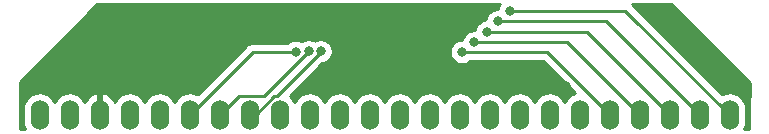
<source format=gtl>
G04 #@! TF.GenerationSoftware,KiCad,Pcbnew,(5.1.10)-1*
G04 #@! TF.CreationDate,2021-10-24T19:11:05-07:00*
G04 #@! TF.ProjectId,Atari130MX-adapter,41746172-6931-4333-904d-582d61646170,rev?*
G04 #@! TF.SameCoordinates,Original*
G04 #@! TF.FileFunction,Copper,L1,Top*
G04 #@! TF.FilePolarity,Positive*
%FSLAX46Y46*%
G04 Gerber Fmt 4.6, Leading zero omitted, Abs format (unit mm)*
G04 Created by KiCad (PCBNEW (5.1.10)-1) date 2021-10-24 19:11:05*
%MOMM*%
%LPD*%
G01*
G04 APERTURE LIST*
G04 #@! TA.AperFunction,ComponentPad*
%ADD10O,1.524000X2.540000*%
G04 #@! TD*
G04 #@! TA.AperFunction,ViaPad*
%ADD11C,0.800000*%
G04 #@! TD*
G04 #@! TA.AperFunction,Conductor*
%ADD12C,0.250000*%
G04 #@! TD*
G04 #@! TA.AperFunction,Conductor*
%ADD13C,0.254000*%
G04 #@! TD*
G04 #@! TA.AperFunction,Conductor*
%ADD14C,0.100000*%
G04 #@! TD*
G04 APERTURE END LIST*
D10*
X159324040Y-63014860D03*
X156784040Y-63014860D03*
X154244040Y-63014860D03*
X151704040Y-63014860D03*
X149164040Y-63014860D03*
X146624040Y-63014860D03*
X144084040Y-63014860D03*
X141544040Y-63014860D03*
X139004040Y-63014860D03*
X136464040Y-63014860D03*
X133924040Y-63014860D03*
X131384040Y-63014860D03*
X128844040Y-63014860D03*
X126304040Y-63014860D03*
X123764040Y-63014860D03*
X121224040Y-63014860D03*
X118684040Y-63014860D03*
X116144040Y-63014860D03*
X113604040Y-63014860D03*
X111064040Y-63014860D03*
X108524040Y-63014860D03*
X105984040Y-63014860D03*
X103444040Y-63014860D03*
X100904040Y-63014860D03*
D11*
X140730000Y-54170000D03*
X139670000Y-55080000D03*
X138750000Y-56000000D03*
X137690000Y-56860000D03*
X136670000Y-57670000D03*
X124680003Y-57620000D03*
X123680000Y-57620000D03*
X122570000Y-57670000D03*
X145440000Y-60590000D03*
X107200000Y-56560000D03*
X159280000Y-60370000D03*
D12*
X140730000Y-54170000D02*
X150479180Y-54170000D01*
X150479180Y-54170000D02*
X159324040Y-63014860D01*
X139670000Y-55080000D02*
X148849180Y-55080000D01*
X148849180Y-55080000D02*
X156784040Y-63014860D01*
X138750000Y-56000000D02*
X147229180Y-56000000D01*
X147229180Y-56000000D02*
X154244040Y-63014860D01*
X137690000Y-56860000D02*
X145549180Y-56860000D01*
X145549180Y-56860000D02*
X151704040Y-63014860D01*
X143819180Y-57670000D02*
X149164040Y-63014860D01*
X136670000Y-57670000D02*
X143819180Y-57670000D01*
X118684040Y-63014860D02*
X119178776Y-63014860D01*
X120773786Y-61419850D02*
X120953152Y-61419850D01*
X120953152Y-61419850D02*
X124680003Y-57692999D01*
X124680003Y-57692999D02*
X124680003Y-57620000D01*
X119178776Y-63014860D02*
X120773786Y-61419850D01*
X119880150Y-61419850D02*
X123680000Y-57620000D01*
X117739050Y-61419850D02*
X119880150Y-61419850D01*
X116144040Y-63014860D02*
X117739050Y-61419850D01*
X118948900Y-57670000D02*
X122570000Y-57670000D01*
X113604040Y-63014860D02*
X118948900Y-57670000D01*
D13*
X139812795Y-53679744D02*
X139734774Y-53868102D01*
X139699587Y-54045000D01*
X139568061Y-54045000D01*
X139368102Y-54084774D01*
X139179744Y-54162795D01*
X139010226Y-54276063D01*
X138866063Y-54420226D01*
X138752795Y-54589744D01*
X138674774Y-54778102D01*
X138637167Y-54967167D01*
X138448102Y-55004774D01*
X138259744Y-55082795D01*
X138090226Y-55196063D01*
X137946063Y-55340226D01*
X137832795Y-55509744D01*
X137754774Y-55698102D01*
X137729533Y-55825000D01*
X137588061Y-55825000D01*
X137388102Y-55864774D01*
X137199744Y-55942795D01*
X137030226Y-56056063D01*
X136886063Y-56200226D01*
X136772795Y-56369744D01*
X136694774Y-56558102D01*
X136679478Y-56635000D01*
X136568061Y-56635000D01*
X136368102Y-56674774D01*
X136179744Y-56752795D01*
X136010226Y-56866063D01*
X135866063Y-57010226D01*
X135752795Y-57179744D01*
X135674774Y-57368102D01*
X135635000Y-57568061D01*
X135635000Y-57771939D01*
X135674774Y-57971898D01*
X135752795Y-58160256D01*
X135866063Y-58329774D01*
X136010226Y-58473937D01*
X136179744Y-58587205D01*
X136368102Y-58665226D01*
X136568061Y-58705000D01*
X136771939Y-58705000D01*
X136971898Y-58665226D01*
X137160256Y-58587205D01*
X137329774Y-58473937D01*
X137373711Y-58430000D01*
X143504379Y-58430000D01*
X146238370Y-61163991D01*
X146086845Y-61209956D01*
X145844153Y-61339677D01*
X145631432Y-61514253D01*
X145456857Y-61726974D01*
X145354040Y-61919331D01*
X145251223Y-61726973D01*
X145076647Y-61514252D01*
X144863926Y-61339677D01*
X144621234Y-61209956D01*
X144357899Y-61130074D01*
X144084040Y-61103101D01*
X143810180Y-61130074D01*
X143546845Y-61209956D01*
X143304153Y-61339677D01*
X143091432Y-61514253D01*
X142916857Y-61726974D01*
X142814040Y-61919331D01*
X142711223Y-61726973D01*
X142536647Y-61514252D01*
X142323926Y-61339677D01*
X142081234Y-61209956D01*
X141817899Y-61130074D01*
X141544040Y-61103101D01*
X141270180Y-61130074D01*
X141006845Y-61209956D01*
X140764153Y-61339677D01*
X140551432Y-61514253D01*
X140376857Y-61726974D01*
X140274040Y-61919331D01*
X140171223Y-61726973D01*
X139996647Y-61514252D01*
X139783926Y-61339677D01*
X139541234Y-61209956D01*
X139277899Y-61130074D01*
X139004040Y-61103101D01*
X138730180Y-61130074D01*
X138466845Y-61209956D01*
X138224153Y-61339677D01*
X138011432Y-61514253D01*
X137836857Y-61726974D01*
X137734040Y-61919331D01*
X137631223Y-61726973D01*
X137456647Y-61514252D01*
X137243926Y-61339677D01*
X137001234Y-61209956D01*
X136737899Y-61130074D01*
X136464040Y-61103101D01*
X136190180Y-61130074D01*
X135926845Y-61209956D01*
X135684153Y-61339677D01*
X135471432Y-61514253D01*
X135296857Y-61726974D01*
X135194040Y-61919331D01*
X135091223Y-61726973D01*
X134916647Y-61514252D01*
X134703926Y-61339677D01*
X134461234Y-61209956D01*
X134197899Y-61130074D01*
X133924040Y-61103101D01*
X133650180Y-61130074D01*
X133386845Y-61209956D01*
X133144153Y-61339677D01*
X132931432Y-61514253D01*
X132756857Y-61726974D01*
X132654040Y-61919331D01*
X132551223Y-61726973D01*
X132376647Y-61514252D01*
X132163926Y-61339677D01*
X131921234Y-61209956D01*
X131657899Y-61130074D01*
X131384040Y-61103101D01*
X131110180Y-61130074D01*
X130846845Y-61209956D01*
X130604153Y-61339677D01*
X130391432Y-61514253D01*
X130216857Y-61726974D01*
X130114040Y-61919331D01*
X130011223Y-61726973D01*
X129836647Y-61514252D01*
X129623926Y-61339677D01*
X129381234Y-61209956D01*
X129117899Y-61130074D01*
X128844040Y-61103101D01*
X128570180Y-61130074D01*
X128306845Y-61209956D01*
X128064153Y-61339677D01*
X127851432Y-61514253D01*
X127676857Y-61726974D01*
X127574040Y-61919331D01*
X127471223Y-61726973D01*
X127296647Y-61514252D01*
X127083926Y-61339677D01*
X126841234Y-61209956D01*
X126577899Y-61130074D01*
X126304040Y-61103101D01*
X126030180Y-61130074D01*
X125766845Y-61209956D01*
X125524153Y-61339677D01*
X125311432Y-61514253D01*
X125136857Y-61726974D01*
X125034040Y-61919331D01*
X124931223Y-61726973D01*
X124756647Y-61514252D01*
X124543926Y-61339677D01*
X124301234Y-61209956D01*
X124037899Y-61130074D01*
X123764040Y-61103101D01*
X123490180Y-61130074D01*
X123226845Y-61209956D01*
X122984153Y-61339677D01*
X122771432Y-61514253D01*
X122596857Y-61726974D01*
X122494040Y-61919331D01*
X122391223Y-61726973D01*
X122216647Y-61514252D01*
X122061158Y-61386646D01*
X124795501Y-58652303D01*
X124981901Y-58615226D01*
X125170259Y-58537205D01*
X125339777Y-58423937D01*
X125483940Y-58279774D01*
X125597208Y-58110256D01*
X125675229Y-57921898D01*
X125715003Y-57721939D01*
X125715003Y-57518061D01*
X125675229Y-57318102D01*
X125597208Y-57129744D01*
X125483940Y-56960226D01*
X125339777Y-56816063D01*
X125170259Y-56702795D01*
X124981901Y-56624774D01*
X124781942Y-56585000D01*
X124578064Y-56585000D01*
X124378105Y-56624774D01*
X124189747Y-56702795D01*
X124180002Y-56709307D01*
X124170256Y-56702795D01*
X123981898Y-56624774D01*
X123781939Y-56585000D01*
X123578061Y-56585000D01*
X123378102Y-56624774D01*
X123189744Y-56702795D01*
X123087585Y-56771055D01*
X123060256Y-56752795D01*
X122871898Y-56674774D01*
X122671939Y-56635000D01*
X122468061Y-56635000D01*
X122268102Y-56674774D01*
X122079744Y-56752795D01*
X121910226Y-56866063D01*
X121866289Y-56910000D01*
X118986233Y-56910000D01*
X118948900Y-56906323D01*
X118911567Y-56910000D01*
X118799914Y-56920997D01*
X118656653Y-56964454D01*
X118524624Y-57035026D01*
X118408899Y-57129999D01*
X118385101Y-57158997D01*
X114266948Y-61277151D01*
X114141234Y-61209956D01*
X113877899Y-61130074D01*
X113604040Y-61103101D01*
X113330180Y-61130074D01*
X113066845Y-61209956D01*
X112824153Y-61339677D01*
X112611432Y-61514253D01*
X112436857Y-61726974D01*
X112334040Y-61919331D01*
X112231223Y-61726973D01*
X112056647Y-61514252D01*
X111843926Y-61339677D01*
X111601234Y-61209956D01*
X111337899Y-61130074D01*
X111064040Y-61103101D01*
X110790180Y-61130074D01*
X110526845Y-61209956D01*
X110284153Y-61339677D01*
X110071432Y-61514253D01*
X109896857Y-61726974D01*
X109794040Y-61919331D01*
X109691223Y-61726973D01*
X109516647Y-61514252D01*
X109303926Y-61339677D01*
X109061234Y-61209956D01*
X108797899Y-61130074D01*
X108524040Y-61103101D01*
X108250180Y-61130074D01*
X107986845Y-61209956D01*
X107744153Y-61339677D01*
X107531432Y-61514253D01*
X107356857Y-61726974D01*
X107253002Y-61921274D01*
X107226099Y-61854918D01*
X107075046Y-61625131D01*
X106882066Y-61429228D01*
X106654575Y-61274738D01*
X106401316Y-61167598D01*
X106327110Y-61152640D01*
X106111040Y-61275140D01*
X106111040Y-62887860D01*
X106131040Y-62887860D01*
X106131040Y-63141860D01*
X106111040Y-63141860D01*
X106111040Y-63161860D01*
X105857040Y-63161860D01*
X105857040Y-63141860D01*
X105837040Y-63141860D01*
X105837040Y-62887860D01*
X105857040Y-62887860D01*
X105857040Y-61275140D01*
X105640970Y-61152640D01*
X105566764Y-61167598D01*
X105313505Y-61274738D01*
X105086014Y-61429228D01*
X104893034Y-61625131D01*
X104741981Y-61854918D01*
X104715078Y-61921273D01*
X104611223Y-61726973D01*
X104436647Y-61514252D01*
X104223926Y-61339677D01*
X103981234Y-61209956D01*
X103717899Y-61130074D01*
X103444040Y-61103101D01*
X103170180Y-61130074D01*
X102906845Y-61209956D01*
X102664153Y-61339677D01*
X102451432Y-61514253D01*
X102276857Y-61726974D01*
X102174040Y-61919331D01*
X102071223Y-61726973D01*
X101896647Y-61514252D01*
X101683926Y-61339677D01*
X101441234Y-61209956D01*
X101177899Y-61130074D01*
X100904040Y-61103101D01*
X100630180Y-61130074D01*
X100366845Y-61209956D01*
X100124153Y-61339677D01*
X99911432Y-61514253D01*
X99736857Y-61726974D01*
X99607136Y-61969666D01*
X99527254Y-62233001D01*
X99507040Y-62438236D01*
X99507040Y-63591485D01*
X99527254Y-63796720D01*
X99607136Y-64060055D01*
X99695226Y-64224860D01*
X99259040Y-64224860D01*
X99259040Y-61710725D01*
X99248983Y-61608616D01*
X99223548Y-61524769D01*
X99220611Y-60212769D01*
X105793381Y-53640000D01*
X139839351Y-53640000D01*
X139812795Y-53679744D01*
G04 #@! TA.AperFunction,Conductor*
D14*
G36*
X139812795Y-53679744D02*
G01*
X139734774Y-53868102D01*
X139699587Y-54045000D01*
X139568061Y-54045000D01*
X139368102Y-54084774D01*
X139179744Y-54162795D01*
X139010226Y-54276063D01*
X138866063Y-54420226D01*
X138752795Y-54589744D01*
X138674774Y-54778102D01*
X138637167Y-54967167D01*
X138448102Y-55004774D01*
X138259744Y-55082795D01*
X138090226Y-55196063D01*
X137946063Y-55340226D01*
X137832795Y-55509744D01*
X137754774Y-55698102D01*
X137729533Y-55825000D01*
X137588061Y-55825000D01*
X137388102Y-55864774D01*
X137199744Y-55942795D01*
X137030226Y-56056063D01*
X136886063Y-56200226D01*
X136772795Y-56369744D01*
X136694774Y-56558102D01*
X136679478Y-56635000D01*
X136568061Y-56635000D01*
X136368102Y-56674774D01*
X136179744Y-56752795D01*
X136010226Y-56866063D01*
X135866063Y-57010226D01*
X135752795Y-57179744D01*
X135674774Y-57368102D01*
X135635000Y-57568061D01*
X135635000Y-57771939D01*
X135674774Y-57971898D01*
X135752795Y-58160256D01*
X135866063Y-58329774D01*
X136010226Y-58473937D01*
X136179744Y-58587205D01*
X136368102Y-58665226D01*
X136568061Y-58705000D01*
X136771939Y-58705000D01*
X136971898Y-58665226D01*
X137160256Y-58587205D01*
X137329774Y-58473937D01*
X137373711Y-58430000D01*
X143504379Y-58430000D01*
X146238370Y-61163991D01*
X146086845Y-61209956D01*
X145844153Y-61339677D01*
X145631432Y-61514253D01*
X145456857Y-61726974D01*
X145354040Y-61919331D01*
X145251223Y-61726973D01*
X145076647Y-61514252D01*
X144863926Y-61339677D01*
X144621234Y-61209956D01*
X144357899Y-61130074D01*
X144084040Y-61103101D01*
X143810180Y-61130074D01*
X143546845Y-61209956D01*
X143304153Y-61339677D01*
X143091432Y-61514253D01*
X142916857Y-61726974D01*
X142814040Y-61919331D01*
X142711223Y-61726973D01*
X142536647Y-61514252D01*
X142323926Y-61339677D01*
X142081234Y-61209956D01*
X141817899Y-61130074D01*
X141544040Y-61103101D01*
X141270180Y-61130074D01*
X141006845Y-61209956D01*
X140764153Y-61339677D01*
X140551432Y-61514253D01*
X140376857Y-61726974D01*
X140274040Y-61919331D01*
X140171223Y-61726973D01*
X139996647Y-61514252D01*
X139783926Y-61339677D01*
X139541234Y-61209956D01*
X139277899Y-61130074D01*
X139004040Y-61103101D01*
X138730180Y-61130074D01*
X138466845Y-61209956D01*
X138224153Y-61339677D01*
X138011432Y-61514253D01*
X137836857Y-61726974D01*
X137734040Y-61919331D01*
X137631223Y-61726973D01*
X137456647Y-61514252D01*
X137243926Y-61339677D01*
X137001234Y-61209956D01*
X136737899Y-61130074D01*
X136464040Y-61103101D01*
X136190180Y-61130074D01*
X135926845Y-61209956D01*
X135684153Y-61339677D01*
X135471432Y-61514253D01*
X135296857Y-61726974D01*
X135194040Y-61919331D01*
X135091223Y-61726973D01*
X134916647Y-61514252D01*
X134703926Y-61339677D01*
X134461234Y-61209956D01*
X134197899Y-61130074D01*
X133924040Y-61103101D01*
X133650180Y-61130074D01*
X133386845Y-61209956D01*
X133144153Y-61339677D01*
X132931432Y-61514253D01*
X132756857Y-61726974D01*
X132654040Y-61919331D01*
X132551223Y-61726973D01*
X132376647Y-61514252D01*
X132163926Y-61339677D01*
X131921234Y-61209956D01*
X131657899Y-61130074D01*
X131384040Y-61103101D01*
X131110180Y-61130074D01*
X130846845Y-61209956D01*
X130604153Y-61339677D01*
X130391432Y-61514253D01*
X130216857Y-61726974D01*
X130114040Y-61919331D01*
X130011223Y-61726973D01*
X129836647Y-61514252D01*
X129623926Y-61339677D01*
X129381234Y-61209956D01*
X129117899Y-61130074D01*
X128844040Y-61103101D01*
X128570180Y-61130074D01*
X128306845Y-61209956D01*
X128064153Y-61339677D01*
X127851432Y-61514253D01*
X127676857Y-61726974D01*
X127574040Y-61919331D01*
X127471223Y-61726973D01*
X127296647Y-61514252D01*
X127083926Y-61339677D01*
X126841234Y-61209956D01*
X126577899Y-61130074D01*
X126304040Y-61103101D01*
X126030180Y-61130074D01*
X125766845Y-61209956D01*
X125524153Y-61339677D01*
X125311432Y-61514253D01*
X125136857Y-61726974D01*
X125034040Y-61919331D01*
X124931223Y-61726973D01*
X124756647Y-61514252D01*
X124543926Y-61339677D01*
X124301234Y-61209956D01*
X124037899Y-61130074D01*
X123764040Y-61103101D01*
X123490180Y-61130074D01*
X123226845Y-61209956D01*
X122984153Y-61339677D01*
X122771432Y-61514253D01*
X122596857Y-61726974D01*
X122494040Y-61919331D01*
X122391223Y-61726973D01*
X122216647Y-61514252D01*
X122061158Y-61386646D01*
X124795501Y-58652303D01*
X124981901Y-58615226D01*
X125170259Y-58537205D01*
X125339777Y-58423937D01*
X125483940Y-58279774D01*
X125597208Y-58110256D01*
X125675229Y-57921898D01*
X125715003Y-57721939D01*
X125715003Y-57518061D01*
X125675229Y-57318102D01*
X125597208Y-57129744D01*
X125483940Y-56960226D01*
X125339777Y-56816063D01*
X125170259Y-56702795D01*
X124981901Y-56624774D01*
X124781942Y-56585000D01*
X124578064Y-56585000D01*
X124378105Y-56624774D01*
X124189747Y-56702795D01*
X124180002Y-56709307D01*
X124170256Y-56702795D01*
X123981898Y-56624774D01*
X123781939Y-56585000D01*
X123578061Y-56585000D01*
X123378102Y-56624774D01*
X123189744Y-56702795D01*
X123087585Y-56771055D01*
X123060256Y-56752795D01*
X122871898Y-56674774D01*
X122671939Y-56635000D01*
X122468061Y-56635000D01*
X122268102Y-56674774D01*
X122079744Y-56752795D01*
X121910226Y-56866063D01*
X121866289Y-56910000D01*
X118986233Y-56910000D01*
X118948900Y-56906323D01*
X118911567Y-56910000D01*
X118799914Y-56920997D01*
X118656653Y-56964454D01*
X118524624Y-57035026D01*
X118408899Y-57129999D01*
X118385101Y-57158997D01*
X114266948Y-61277151D01*
X114141234Y-61209956D01*
X113877899Y-61130074D01*
X113604040Y-61103101D01*
X113330180Y-61130074D01*
X113066845Y-61209956D01*
X112824153Y-61339677D01*
X112611432Y-61514253D01*
X112436857Y-61726974D01*
X112334040Y-61919331D01*
X112231223Y-61726973D01*
X112056647Y-61514252D01*
X111843926Y-61339677D01*
X111601234Y-61209956D01*
X111337899Y-61130074D01*
X111064040Y-61103101D01*
X110790180Y-61130074D01*
X110526845Y-61209956D01*
X110284153Y-61339677D01*
X110071432Y-61514253D01*
X109896857Y-61726974D01*
X109794040Y-61919331D01*
X109691223Y-61726973D01*
X109516647Y-61514252D01*
X109303926Y-61339677D01*
X109061234Y-61209956D01*
X108797899Y-61130074D01*
X108524040Y-61103101D01*
X108250180Y-61130074D01*
X107986845Y-61209956D01*
X107744153Y-61339677D01*
X107531432Y-61514253D01*
X107356857Y-61726974D01*
X107253002Y-61921274D01*
X107226099Y-61854918D01*
X107075046Y-61625131D01*
X106882066Y-61429228D01*
X106654575Y-61274738D01*
X106401316Y-61167598D01*
X106327110Y-61152640D01*
X106111040Y-61275140D01*
X106111040Y-62887860D01*
X106131040Y-62887860D01*
X106131040Y-63141860D01*
X106111040Y-63141860D01*
X106111040Y-63161860D01*
X105857040Y-63161860D01*
X105857040Y-63141860D01*
X105837040Y-63141860D01*
X105837040Y-62887860D01*
X105857040Y-62887860D01*
X105857040Y-61275140D01*
X105640970Y-61152640D01*
X105566764Y-61167598D01*
X105313505Y-61274738D01*
X105086014Y-61429228D01*
X104893034Y-61625131D01*
X104741981Y-61854918D01*
X104715078Y-61921273D01*
X104611223Y-61726973D01*
X104436647Y-61514252D01*
X104223926Y-61339677D01*
X103981234Y-61209956D01*
X103717899Y-61130074D01*
X103444040Y-61103101D01*
X103170180Y-61130074D01*
X102906845Y-61209956D01*
X102664153Y-61339677D01*
X102451432Y-61514253D01*
X102276857Y-61726974D01*
X102174040Y-61919331D01*
X102071223Y-61726973D01*
X101896647Y-61514252D01*
X101683926Y-61339677D01*
X101441234Y-61209956D01*
X101177899Y-61130074D01*
X100904040Y-61103101D01*
X100630180Y-61130074D01*
X100366845Y-61209956D01*
X100124153Y-61339677D01*
X99911432Y-61514253D01*
X99736857Y-61726974D01*
X99607136Y-61969666D01*
X99527254Y-62233001D01*
X99507040Y-62438236D01*
X99507040Y-63591485D01*
X99527254Y-63796720D01*
X99607136Y-64060055D01*
X99695226Y-64224860D01*
X99259040Y-64224860D01*
X99259040Y-61710725D01*
X99248983Y-61608616D01*
X99223548Y-61524769D01*
X99220611Y-60212769D01*
X105793381Y-53640000D01*
X139839351Y-53640000D01*
X139812795Y-53679744D01*
G37*
G04 #@! TD.AperFunction*
D13*
X161000648Y-60314029D02*
X161003525Y-61528092D01*
X160979098Y-61608616D01*
X160969041Y-61710725D01*
X160969040Y-64224860D01*
X160532854Y-64224860D01*
X160620944Y-64060055D01*
X160700826Y-63796720D01*
X160721040Y-63591485D01*
X160721040Y-62438235D01*
X160700826Y-62233000D01*
X160620944Y-61969665D01*
X160491223Y-61726973D01*
X160316647Y-61514252D01*
X160103926Y-61339677D01*
X159861234Y-61209956D01*
X159597899Y-61130074D01*
X159324040Y-61103101D01*
X159050180Y-61130074D01*
X158786845Y-61209956D01*
X158661132Y-61277151D01*
X151042984Y-53659003D01*
X151027389Y-53640000D01*
X154326620Y-53640000D01*
X161000648Y-60314029D01*
G04 #@! TA.AperFunction,Conductor*
D14*
G36*
X161000648Y-60314029D02*
G01*
X161003525Y-61528092D01*
X160979098Y-61608616D01*
X160969041Y-61710725D01*
X160969040Y-64224860D01*
X160532854Y-64224860D01*
X160620944Y-64060055D01*
X160700826Y-63796720D01*
X160721040Y-63591485D01*
X160721040Y-62438235D01*
X160700826Y-62233000D01*
X160620944Y-61969665D01*
X160491223Y-61726973D01*
X160316647Y-61514252D01*
X160103926Y-61339677D01*
X159861234Y-61209956D01*
X159597899Y-61130074D01*
X159324040Y-61103101D01*
X159050180Y-61130074D01*
X158786845Y-61209956D01*
X158661132Y-61277151D01*
X151042984Y-53659003D01*
X151027389Y-53640000D01*
X154326620Y-53640000D01*
X161000648Y-60314029D01*
G37*
G04 #@! TD.AperFunction*
M02*

</source>
